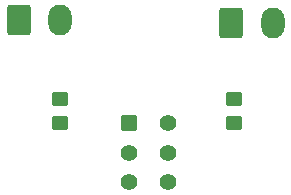
<source format=gbr>
%TF.GenerationSoftware,KiCad,Pcbnew,9.0.3*%
%TF.CreationDate,2025-08-16T18:10:03-03:00*%
%TF.ProjectId,CANBusTerminator,43414e42-7573-4546-9572-6d696e61746f,rev?*%
%TF.SameCoordinates,Original*%
%TF.FileFunction,Soldermask,Top*%
%TF.FilePolarity,Negative*%
%FSLAX46Y46*%
G04 Gerber Fmt 4.6, Leading zero omitted, Abs format (unit mm)*
G04 Created by KiCad (PCBNEW 9.0.3) date 2025-08-16 18:10:03*
%MOMM*%
%LPD*%
G01*
G04 APERTURE LIST*
G04 Aperture macros list*
%AMRoundRect*
0 Rectangle with rounded corners*
0 $1 Rounding radius*
0 $2 $3 $4 $5 $6 $7 $8 $9 X,Y pos of 4 corners*
0 Add a 4 corners polygon primitive as box body*
4,1,4,$2,$3,$4,$5,$6,$7,$8,$9,$2,$3,0*
0 Add four circle primitives for the rounded corners*
1,1,$1+$1,$2,$3*
1,1,$1+$1,$4,$5*
1,1,$1+$1,$6,$7*
1,1,$1+$1,$8,$9*
0 Add four rect primitives between the rounded corners*
20,1,$1+$1,$2,$3,$4,$5,0*
20,1,$1+$1,$4,$5,$6,$7,0*
20,1,$1+$1,$6,$7,$8,$9,0*
20,1,$1+$1,$8,$9,$2,$3,0*%
G04 Aperture macros list end*
%ADD10RoundRect,0.250000X-0.450000X0.350000X-0.450000X-0.350000X0.450000X-0.350000X0.450000X0.350000X0*%
%ADD11RoundRect,0.250000X-0.750000X-1.050000X0.750000X-1.050000X0.750000X1.050000X-0.750000X1.050000X0*%
%ADD12O,2.000000X2.600000*%
%ADD13RoundRect,0.250000X-0.450000X0.450000X-0.450000X-0.450000X0.450000X-0.450000X0.450000X0.450000X0*%
%ADD14C,1.400000*%
G04 APERTURE END LIST*
D10*
%TO.C,R1*%
X173600000Y-90400000D03*
X173600000Y-92400000D03*
%TD*%
%TO.C,R2*%
X188300000Y-90400000D03*
X188300000Y-92400000D03*
%TD*%
D11*
%TO.C,J2*%
X188100000Y-83900000D03*
D12*
X191600000Y-83900000D03*
%TD*%
D11*
%TO.C,J1*%
X170100000Y-83700000D03*
D12*
X173600000Y-83700000D03*
%TD*%
D13*
%TO.C,SW1*%
X179400000Y-92400000D03*
D14*
X179400000Y-94900000D03*
X179400000Y-97400000D03*
X182700000Y-97400000D03*
X182700000Y-94900000D03*
X182700000Y-92400000D03*
%TD*%
M02*

</source>
